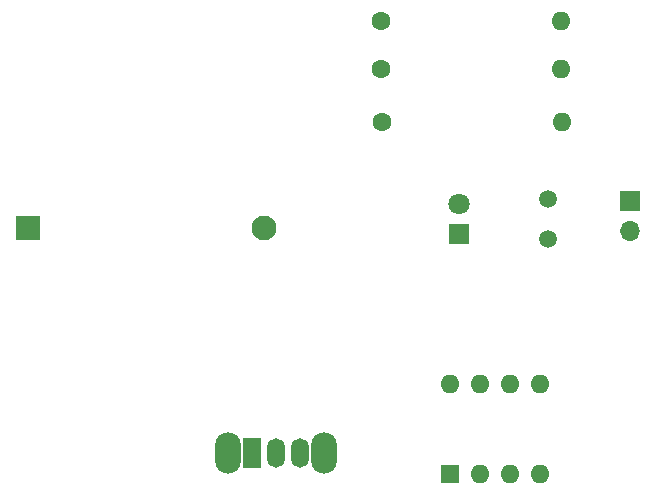
<source format=gbr>
%TF.GenerationSoftware,KiCad,Pcbnew,8.0.4*%
%TF.CreationDate,2024-07-31T01:51:00-07:00*%
%TF.ProjectId,digital,64696769-7461-46c2-9e6b-696361645f70,rev?*%
%TF.SameCoordinates,Original*%
%TF.FileFunction,Soldermask,Bot*%
%TF.FilePolarity,Negative*%
%FSLAX46Y46*%
G04 Gerber Fmt 4.6, Leading zero omitted, Abs format (unit mm)*
G04 Created by KiCad (PCBNEW 8.0.4) date 2024-07-31 01:51:00*
%MOMM*%
%LPD*%
G01*
G04 APERTURE LIST*
%ADD10C,1.500000*%
%ADD11R,1.800000X1.800000*%
%ADD12C,1.800000*%
%ADD13C,1.600000*%
%ADD14O,1.600000X1.600000*%
%ADD15R,2.100000X2.100000*%
%ADD16C,2.100000*%
%ADD17R,1.600000X1.600000*%
%ADD18O,2.200000X3.500000*%
%ADD19R,1.500000X2.500000*%
%ADD20O,1.500000X2.500000*%
%ADD21R,1.700000X1.700000*%
%ADD22O,1.700000X1.700000*%
G04 APERTURE END LIST*
D10*
%TO.C,R3*%
X163000000Y-102000000D03*
X163000000Y-105400000D03*
%TD*%
D11*
%TO.C,D1*%
X155500000Y-105040000D03*
D12*
X155500000Y-102500000D03*
%TD*%
D13*
%TO.C,R2*%
X148880000Y-91000000D03*
D14*
X164120000Y-91000000D03*
%TD*%
D15*
%TO.C,BT1*%
X119000000Y-104500000D03*
D16*
X139000000Y-104500000D03*
%TD*%
D13*
%TO.C,R4*%
X148880000Y-87000000D03*
D14*
X164120000Y-87000000D03*
%TD*%
D17*
%TO.C,U1*%
X154700000Y-125300000D03*
D14*
X157240000Y-125300000D03*
X159780000Y-125300000D03*
X162320000Y-125300000D03*
X162320000Y-117680000D03*
X159780000Y-117680000D03*
X157240000Y-117680000D03*
X154700000Y-117680000D03*
%TD*%
D18*
%TO.C,SW2*%
X135900000Y-123500000D03*
X144100000Y-123500000D03*
D19*
X138000000Y-123500000D03*
D20*
X140000000Y-123500000D03*
X142000000Y-123500000D03*
%TD*%
D21*
%TO.C,MK1*%
X170000000Y-102225000D03*
D22*
X170000000Y-104765000D03*
%TD*%
D13*
%TO.C,R1*%
X149000000Y-95500000D03*
D14*
X164240000Y-95500000D03*
%TD*%
M02*

</source>
